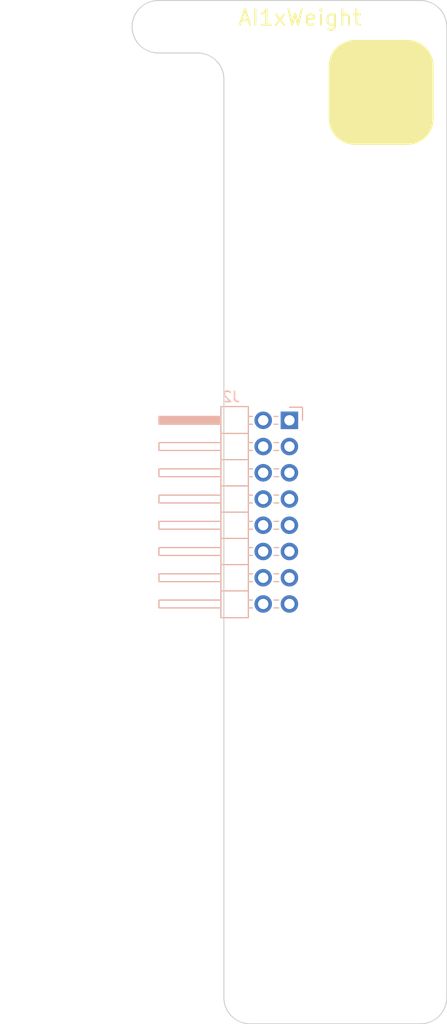
<source format=kicad_pcb>
(kicad_pcb (version 20240108) (generator "pcbnew") (generator_version "8.0")
  (layers (0 "F.Cu" signal) (31 "B.Cu" signal) (34 "B.Paste" user) (35 "F.Paste" user) (36 "B.SilkS" user "B.Silkscreen") (37 "F.SilkS" user "F.Silkscreen") (38 "B.Mask" user) (39 "F.Mask" user) (44 "Edge.Cuts" user))
  (net 0 "")
  (footprint "Connector_PinHeader_2.54mm:PinHeader_2x08_P2.54mm_Horizontal" (layer "B.Cu") (at 66.04 83.82 180)
    (property "Reference" "J2" (at 5.655 2.27 360) (layer "B.SilkS") (effects (justify mirror)))
    (property "Value" "Conn_02x08_Odd_Even")
    (fp_line (start 12.64 0.38) (end 6.64 0.38) (stroke (width 0.12)) (layer "B.SilkS"))
    (fp_line (start 12.64 0.32) (end 6.64 0.32) (stroke (width 0.12)) (layer "B.SilkS"))
    (fp_line (start 12.64 0.2) (end 6.64 0.2) (stroke (width 0.12)) (layer "B.SilkS"))
    (fp_line (start 12.64 0.08) (end 6.64 0.08) (stroke (width 0.12)) (layer "B.SilkS"))
    (fp_line (start 12.64 -0.04) (end 6.64 -0.04) (stroke (width 0.12)) (layer "B.SilkS"))
    (fp_line (start 12.64 -0.16) (end 6.64 -0.16) (stroke (width 0.12)) (layer "B.SilkS"))
    (fp_line (start 12.64 -0.28) (end 6.64 -0.28) (stroke (width 0.12)) (layer "B.SilkS"))
    (fp_line (start 12.64 -0.38) (end 12.64 0.38) (stroke (width 0.12)) (layer "B.SilkS"))
    (fp_line (start 12.64 -2.16) (end 6.64 -2.16) (stroke (width 0.12)) (layer "B.SilkS"))
    (fp_line (start 12.64 -2.92) (end 12.64 -2.16) (stroke (width 0.12)) (layer "B.SilkS"))
    (fp_line (start 12.64 -4.7) (end 6.64 -4.7) (stroke (width 0.12)) (layer "B.SilkS"))
    (fp_line (start 12.64 -5.46) (end 12.64 -4.7) (stroke (width 0.12)) (layer "B.SilkS"))
    (fp_line (start 12.64 -7.24) (end 6.64 -7.24) (stroke (width 0.12)) (layer "B.SilkS"))
    (fp_line (start 12.64 -8) (end 12.64 -7.24) (stroke (width 0.12)) (layer "B.SilkS"))
    (fp_line (start 12.64 -9.78) (end 6.64 -9.78) (stroke (width 0.12)) (layer "B.SilkS"))
    (fp_line (start 12.64 -10.54) (end 12.64 -9.78) (stroke (width 0.12)) (layer "B.SilkS"))
    (fp_line (start 12.64 -12.32) (end 6.64 -12.32) (stroke (width 0.12)) (layer "B.SilkS"))
    (fp_line (start 12.64 -13.08) (end 12.64 -12.32) (stroke (width 0.12)) (layer "B.SilkS"))
    (fp_line (start 12.64 -14.86) (end 6.64 -14.86) (stroke (width 0.12)) (layer "B.SilkS"))
    (fp_line (start 12.64 -15.62) (end 12.64 -14.86) (stroke (width 0.12)) (layer "B.SilkS"))
    (fp_line (start 12.64 -17.4) (end 6.64 -17.4) (stroke (width 0.12)) (layer "B.SilkS"))
    (fp_line (start 12.64 -18.16) (end 12.64 -17.4) (stroke (width 0.12)) (layer "B.SilkS"))
    (fp_line (start 6.64 1.33) (end 6.64 -19.11) (stroke (width 0.12)) (layer "B.SilkS"))
    (fp_line (start 6.64 -0.38) (end 12.64 -0.38) (stroke (width 0.12)) (layer "B.SilkS"))
    (fp_line (start 6.64 -1.27) (end 3.98 -1.27) (stroke (width 0.12)) (layer "B.SilkS"))
    (fp_line (start 6.64 -2.92) (end 12.64 -2.92) (stroke (width 0.12)) (layer "B.SilkS"))
    (fp_line (start 6.64 -3.81) (end 3.98 -3.81) (stroke (width 0.12)) (layer "B.SilkS"))
    (fp_line (start 6.64 -5.46) (end 12.64 -5.46) (stroke (width 0.12)) (layer "B.SilkS"))
    (fp_line (start 6.64 -6.35) (end 3.98 -6.35) (stroke (width 0.12)) (layer "B.SilkS"))
    (fp_line (start 6.64 -8) (end 12.64 -8) (stroke (width 0.12)) (layer "B.SilkS"))
    (fp_line (start 6.64 -8.89) (end 3.98 -8.89) (stroke (width 0.12)) (layer "B.SilkS"))
    (fp_line (start 6.64 -10.54) (end 12.64 -10.54) (stroke (width 0.12)) (layer "B.SilkS"))
    (fp_line (start 6.64 -11.43) (end 3.98 -11.43) (stroke (width 0.12)) (layer "B.SilkS"))
    (fp_line (start 6.64 -13.08) (end 12.64 -13.08) (stroke (width 0.12)) (layer "B.SilkS"))
    (fp_line (start 6.64 -13.97) (end 3.98 -13.97) (stroke (width 0.12)) (layer "B.SilkS"))
    (fp_line (start 6.64 -15.62) (end 12.64 -15.62) (stroke (width 0.12)) (layer "B.SilkS"))
    (fp_line (start 6.64 -16.51) (end 3.98 -16.51) (stroke (width 0.12)) (layer "B.SilkS"))
    (fp_line (start 6.64 -18.16) (end 12.64 -18.16) (stroke (width 0.12)) (layer "B.SilkS"))
    (fp_line (start 6.64 -19.11) (end 3.98 -19.11) (stroke (width 0.12)) (layer "B.SilkS"))
    (fp_line (start 3.98 1.33) (end 6.64 1.33) (stroke (width 0.12)) (layer "B.SilkS"))
    (fp_line (start 3.98 0.38) (end 3.582929 0.38) (stroke (width 0.12)) (layer "B.SilkS"))
    (fp_line (start 3.98 -0.38) (end 3.582929 -0.38) (stroke (width 0.12)) (layer "B.SilkS"))
    (fp_line (start 3.98 -2.16) (end 3.582929 -2.16) (stroke (width 0.12)) (layer "B.SilkS"))
    (fp_line (start 3.98 -2.92) (end 3.582929 -2.92) (stroke (width 0.12)) (layer "B.SilkS"))
    (fp_line (start 3.98 -4.7) (end 3.582929 -4.7) (stroke (width 0.12)) (layer "B.SilkS"))
    (fp_line (start 3.98 -5.46) (end 3.582929 -5.46) (stroke (width 0.12)) (layer "B.SilkS"))
    (fp_line (start 3.98 -7.24) (end 3.582929 -7.24) (stroke (width 0.12)) (layer "B.SilkS"))
    (fp_line (start 3.98 -8) (end 3.582929 -8) (stroke (width 0.12)) (layer "B.SilkS"))
    (fp_line (start 3.98 -9.78) (end 3.582929 -9.78) (stroke (width 0.12)) (layer "B.SilkS"))
    (fp_line (start 3.98 -10.54) (end 3.582929 -10.54) (stroke (width 0.12)) (layer "B.SilkS"))
    (fp_line (start 3.98 -12.32) (end 3.582929 -12.32) (stroke (width 0.12)) (layer "B.SilkS"))
    (fp_line (start 3.98 -13.08) (end 3.582929 -13.08) (stroke (width 0.12)) (layer "B.SilkS"))
    (fp_line (start 3.98 -14.86) (end 3.582929 -14.86) (stroke (width 0.12)) (layer "B.SilkS"))
    (fp_line (start 3.98 -15.62) (end 3.582929 -15.62) (stroke (width 0.12)) (layer "B.SilkS"))
    (fp_line (start 3.98 -17.4) (end 3.582929 -17.4) (stroke (width 0.12)) (layer "B.SilkS"))
    (fp_line (start 3.98 -18.16) (end 3.582929 -18.16) (stroke (width 0.12)) (layer "B.SilkS"))
    (fp_line (start 3.98 -19.11) (end 3.98 1.33) (stroke (width 0.12)) (layer "B.SilkS"))
    (fp_line (start 1.497071 0.38) (end 1.11 0.38) (stroke (width 0.12)) (layer "B.SilkS"))
    (fp_line (start 1.497071 -0.38) (end 1.11 -0.38) (stroke (width 0.12)) (layer "B.SilkS"))
    (fp_line (start 1.497071 -2.16) (end 1.042929 -2.16) (stroke (width 0.12)) (layer "B.SilkS"))
    (fp_line (start 1.497071 -2.92) (end 1.042929 -2.92) (stroke (width 0.12)) (layer "B.SilkS"))
    (fp_line (start 1.497071 -4.7) (end 1.042929 -4.7) (stroke (width 0.12)) (layer "B.SilkS"))
    (fp_line (start 1.497071 -5.46) (end 1.042929 -5.46) (stroke (width 0.12)) (layer "B.SilkS"))
    (fp_line (start 1.497071 -7.24) (end 1.042929 -7.24) (stroke (width 0.12)) (layer "B.SilkS"))
    (fp_line (start 1.497071 -8) (end 1.042929 -8) (stroke (width 0.12)) (layer "B.SilkS"))
    (fp_line (start 1.497071 -9.78) (end 1.042929 -9.78) (stroke (width 0.12)) (layer "B.SilkS"))
    (fp_line (start 1.497071 -10.54) (end 1.042929 -10.54) (stroke (width 0.12)) (layer "B.SilkS"))
    (fp_line (start 1.497071 -12.32) (end 1.042929 -12.32) (stroke (width 0.12)) (layer "B.SilkS"))
    (fp_line (start 1.497071 -13.08) (end 1.042929 -13.08) (stroke (width 0.12)) (layer "B.SilkS"))
    (fp_line (start 1.497071 -14.86) (end 1.042929 -14.86) (stroke (width 0.12)) (layer "B.SilkS"))
    (fp_line (start 1.497071 -15.62) (end 1.042929 -15.62) (stroke (width 0.12)) (layer "B.SilkS"))
    (fp_line (start 1.497071 -17.4) (end 1.042929 -17.4) (stroke (width 0.12)) (layer "B.SilkS"))
    (fp_line (start 1.497071 -18.16) (end 1.042929 -18.16) (stroke (width 0.12)) (layer "B.SilkS"))
    (fp_line (start 0 1.27) (end -1.27 1.27) (stroke (width 0.12)) (layer "B.SilkS"))
    (fp_line (start -1.27 1.27) (end -1.27 0) (stroke (width 0.12)) (layer "B.SilkS"))
    (pad "1" thru_hole rect (at 0 0 180) (size 1.7 1.7) (drill 1) (layers "*.Cu" "*.Mask"))
    (pad "2" thru_hole oval (at 2.54 0 180) (size 1.7 1.7) (drill 1) (layers "*.Cu" "*.Mask"))
    (pad "3" thru_hole oval (at 0 -2.54 180) (size 1.7 1.7) (drill 1) (layers "*.Cu" "*.Mask"))
    (pad "4" thru_hole oval (at 2.54 -2.54 180) (size 1.7 1.7) (drill 1) (layers "*.Cu" "*.Mask"))
    (pad "5" thru_hole oval (at 0 -5.08 180) (size 1.7 1.7) (drill 1) (layers "*.Cu" "*.Mask"))
    (pad "6" thru_hole oval (at 2.54 -5.08 180) (size 1.7 1.7) (drill 1) (layers "*.Cu" "*.Mask"))
    (pad "7" thru_hole oval (at 0 -7.62 180) (size 1.7 1.7) (drill 1) (layers "*.Cu" "*.Mask"))
    (pad "8" thru_hole oval (at 2.54 -7.62 180) (size 1.7 1.7) (drill 1) (layers "*.Cu" "*.Mask"))
    (pad "9" thru_hole oval (at 0 -10.16 180) (size 1.7 1.7) (drill 1) (layers "*.Cu" "*.Mask"))
    (pad "10" thru_hole oval (at 2.54 -10.16 180) (size 1.7 1.7) (drill 1) (layers "*.Cu" "*.Mask"))
    (pad "11" thru_hole oval (at 0 -12.7 180) (size 1.7 1.7) (drill 1) (layers "*.Cu" "*.Mask"))
    (pad "12" thru_hole oval (at 2.54 -12.7 180) (size 1.7 1.7) (drill 1) (layers "*.Cu" "*.Mask"))
    (pad "13" thru_hole oval (at 0 -15.24 180) (size 1.7 1.7) (drill 1) (layers "*.Cu" "*.Mask"))
    (pad "14" thru_hole oval (at 2.54 -15.24 180) (size 1.7 1.7) (drill 1) (layers "*.Cu" "*.Mask"))
    (pad "15" thru_hole oval (at 0 -17.78 180) (size 1.7 1.7) (drill 1) (layers "*.Cu" "*.Mask"))
    (pad "16" thru_hole oval (at 2.54 -17.78 180) (size 1.7 1.7) (drill 1) (layers "*.Cu" "*.Mask"))
  )
  (gr_poly (pts (arc (start 69.85 54.61) (mid 70.593949 56.406051) (end 72.39 57.15)) (arc (start 77.47 57.15) (mid 79.266051 56.406051) (end 80.01 54.61)) (arc (start 80.01 49.53) (mid 79.266051 47.733949) (end 77.47 46.99)) (arc (start 72.39 46.99) (mid 70.593949 47.733949) (end 69.85 49.53))) (fill solid) (layer "F.SilkS"))
  (gr_line (start 62.23 142.24) (end 78.74 142.24) (stroke (width 0.1)) (layer "Edge.Cuts"))
  (gr_line (start 78.74 43.18) (end 53.34 43.18) (stroke (width 0.1)) (layer "Edge.Cuts"))
  (gr_line (start 81.28 139.7) (end 81.28 45.72) (stroke (width 0.1)) (layer "Edge.Cuts"))
  (gr_arc (start 50.8 45.72) (mid 51.543949 43.923949) (end 53.34 43.18) (stroke (width 0.1)) (layer "Edge.Cuts"))
  (gr_arc (start 57.15 48.26) (mid 58.946051 49.003949) (end 59.69 50.8) (stroke (width 0.1)) (layer "Edge.Cuts"))
  (gr_arc (start 78.74 43.18) (mid 80.536051 43.923949) (end 81.28 45.72) (stroke (width 0.1)) (layer "Edge.Cuts"))
  (gr_arc (start 62.23 142.24) (mid 60.433949 141.496051) (end 59.69 139.7) (stroke (width 0.1)) (layer "Edge.Cuts"))
  (gr_arc (start 81.28 139.7) (mid 80.536051 141.496051) (end 78.74 142.24) (stroke (width 0.1)) (layer "Edge.Cuts"))
  (gr_line (start 59.69 50.8) (end 59.69 139.7) (stroke (width 0.1)) (layer "Edge.Cuts"))
  (gr_arc (start 53.34 48.26) (mid 51.543949 47.516051) (end 50.8 45.72) (stroke (width 0.1)) (layer "Edge.Cuts"))
  (gr_line (start 53.34 48.26) (end 57.15 48.26) (stroke (width 0.1)) (layer "Edge.Cuts"))
  (gr_text "AI1xWeight" (at 60.96 45.72 0) (layer "F.SilkS") (effects (font (size 1.5 1.5) (thickness 0.2)) (justify left bottom)))
)
</source>
